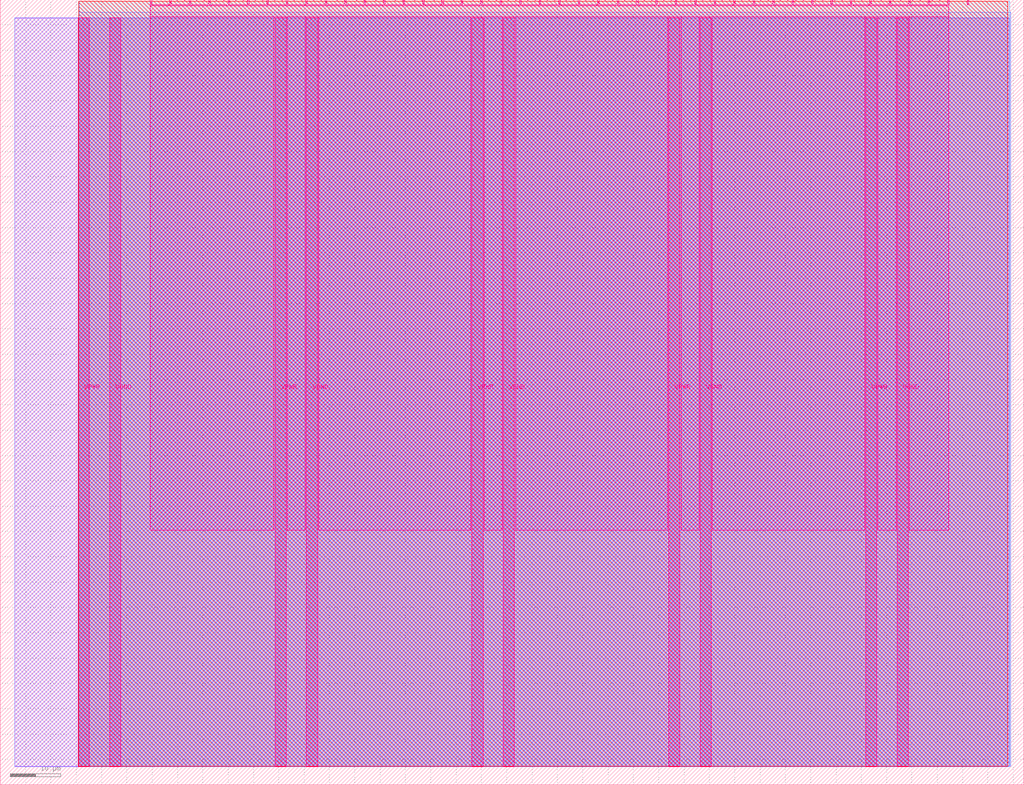
<source format=lef>
VERSION 5.7 ;
  NOWIREEXTENSIONATPIN ON ;
  DIVIDERCHAR "/" ;
  BUSBITCHARS "[]" ;
MACRO tt_um_digital_clock_example
  CLASS BLOCK ;
  FOREIGN tt_um_digital_clock_example ;
  ORIGIN 0.000 0.000 ;
  SIZE 202.080 BY 154.980 ;
  PIN VGND
    DIRECTION INOUT ;
    USE GROUND ;
    PORT
      LAYER Metal5 ;
        RECT 21.580 3.560 23.780 151.420 ;
    END
    PORT
      LAYER Metal5 ;
        RECT 60.450 3.560 62.650 151.420 ;
    END
    PORT
      LAYER Metal5 ;
        RECT 99.320 3.560 101.520 151.420 ;
    END
    PORT
      LAYER Metal5 ;
        RECT 138.190 3.560 140.390 151.420 ;
    END
    PORT
      LAYER Metal5 ;
        RECT 177.060 3.560 179.260 151.420 ;
    END
  END VGND
  PIN VPWR
    DIRECTION INOUT ;
    USE POWER ;
    PORT
      LAYER Metal5 ;
        RECT 15.380 3.560 17.580 151.420 ;
    END
    PORT
      LAYER Metal5 ;
        RECT 54.250 3.560 56.450 151.420 ;
    END
    PORT
      LAYER Metal5 ;
        RECT 93.120 3.560 95.320 151.420 ;
    END
    PORT
      LAYER Metal5 ;
        RECT 131.990 3.560 134.190 151.420 ;
    END
    PORT
      LAYER Metal5 ;
        RECT 170.860 3.560 173.060 151.420 ;
    END
  END VPWR
  PIN clk
    DIRECTION INPUT ;
    USE SIGNAL ;
    ANTENNAGATEAREA 0.426400 ;
    PORT
      LAYER Metal5 ;
        RECT 187.050 153.980 187.350 154.980 ;
    END
  END clk
  PIN ena
    DIRECTION INPUT ;
    USE SIGNAL ;
    PORT
      LAYER Metal5 ;
        RECT 190.890 153.980 191.190 154.980 ;
    END
  END ena
  PIN rst_n
    DIRECTION INPUT ;
    USE SIGNAL ;
    ANTENNAGATEAREA 0.213200 ;
    PORT
      LAYER Metal5 ;
        RECT 183.210 153.980 183.510 154.980 ;
    END
  END rst_n
  PIN ui_in[0]
    DIRECTION INPUT ;
    USE SIGNAL ;
    ANTENNAGATEAREA 0.180700 ;
    PORT
      LAYER Metal5 ;
        RECT 179.370 153.980 179.670 154.980 ;
    END
  END ui_in[0]
  PIN ui_in[1]
    DIRECTION INPUT ;
    USE SIGNAL ;
    PORT
      LAYER Metal5 ;
        RECT 175.530 153.980 175.830 154.980 ;
    END
  END ui_in[1]
  PIN ui_in[2]
    DIRECTION INPUT ;
    USE SIGNAL ;
    ANTENNAGATEAREA 0.180700 ;
    PORT
      LAYER Metal5 ;
        RECT 171.690 153.980 171.990 154.980 ;
    END
  END ui_in[2]
  PIN ui_in[3]
    DIRECTION INPUT ;
    USE SIGNAL ;
    ANTENNAGATEAREA 0.180700 ;
    PORT
      LAYER Metal5 ;
        RECT 167.850 153.980 168.150 154.980 ;
    END
  END ui_in[3]
  PIN ui_in[4]
    DIRECTION INPUT ;
    USE SIGNAL ;
    ANTENNAGATEAREA 0.180700 ;
    PORT
      LAYER Metal5 ;
        RECT 164.010 153.980 164.310 154.980 ;
    END
  END ui_in[4]
  PIN ui_in[5]
    DIRECTION INPUT ;
    USE SIGNAL ;
    ANTENNAGATEAREA 0.180700 ;
    PORT
      LAYER Metal5 ;
        RECT 160.170 153.980 160.470 154.980 ;
    END
  END ui_in[5]
  PIN ui_in[6]
    DIRECTION INPUT ;
    USE SIGNAL ;
    PORT
      LAYER Metal5 ;
        RECT 156.330 153.980 156.630 154.980 ;
    END
  END ui_in[6]
  PIN ui_in[7]
    DIRECTION INPUT ;
    USE SIGNAL ;
    PORT
      LAYER Metal5 ;
        RECT 152.490 153.980 152.790 154.980 ;
    END
  END ui_in[7]
  PIN uio_in[0]
    DIRECTION INPUT ;
    USE SIGNAL ;
    PORT
      LAYER Metal5 ;
        RECT 148.650 153.980 148.950 154.980 ;
    END
  END uio_in[0]
  PIN uio_in[1]
    DIRECTION INPUT ;
    USE SIGNAL ;
    PORT
      LAYER Metal5 ;
        RECT 144.810 153.980 145.110 154.980 ;
    END
  END uio_in[1]
  PIN uio_in[2]
    DIRECTION INPUT ;
    USE SIGNAL ;
    PORT
      LAYER Metal5 ;
        RECT 140.970 153.980 141.270 154.980 ;
    END
  END uio_in[2]
  PIN uio_in[3]
    DIRECTION INPUT ;
    USE SIGNAL ;
    PORT
      LAYER Metal5 ;
        RECT 137.130 153.980 137.430 154.980 ;
    END
  END uio_in[3]
  PIN uio_in[4]
    DIRECTION INPUT ;
    USE SIGNAL ;
    PORT
      LAYER Metal5 ;
        RECT 133.290 153.980 133.590 154.980 ;
    END
  END uio_in[4]
  PIN uio_in[5]
    DIRECTION INPUT ;
    USE SIGNAL ;
    PORT
      LAYER Metal5 ;
        RECT 129.450 153.980 129.750 154.980 ;
    END
  END uio_in[5]
  PIN uio_in[6]
    DIRECTION INPUT ;
    USE SIGNAL ;
    PORT
      LAYER Metal5 ;
        RECT 125.610 153.980 125.910 154.980 ;
    END
  END uio_in[6]
  PIN uio_in[7]
    DIRECTION INPUT ;
    USE SIGNAL ;
    PORT
      LAYER Metal5 ;
        RECT 121.770 153.980 122.070 154.980 ;
    END
  END uio_in[7]
  PIN uio_oe[0]
    DIRECTION OUTPUT ;
    USE SIGNAL ;
    ANTENNADIFFAREA 0.392700 ;
    PORT
      LAYER Metal5 ;
        RECT 56.490 153.980 56.790 154.980 ;
    END
  END uio_oe[0]
  PIN uio_oe[1]
    DIRECTION OUTPUT ;
    USE SIGNAL ;
    ANTENNADIFFAREA 0.392700 ;
    PORT
      LAYER Metal5 ;
        RECT 52.650 153.980 52.950 154.980 ;
    END
  END uio_oe[1]
  PIN uio_oe[2]
    DIRECTION OUTPUT ;
    USE SIGNAL ;
    ANTENNADIFFAREA 0.299200 ;
    PORT
      LAYER Metal5 ;
        RECT 48.810 153.980 49.110 154.980 ;
    END
  END uio_oe[2]
  PIN uio_oe[3]
    DIRECTION OUTPUT ;
    USE SIGNAL ;
    ANTENNADIFFAREA 0.392700 ;
    PORT
      LAYER Metal5 ;
        RECT 44.970 153.980 45.270 154.980 ;
    END
  END uio_oe[3]
  PIN uio_oe[4]
    DIRECTION OUTPUT ;
    USE SIGNAL ;
    ANTENNADIFFAREA 0.299200 ;
    PORT
      LAYER Metal5 ;
        RECT 41.130 153.980 41.430 154.980 ;
    END
  END uio_oe[4]
  PIN uio_oe[5]
    DIRECTION OUTPUT ;
    USE SIGNAL ;
    ANTENNADIFFAREA 0.299200 ;
    PORT
      LAYER Metal5 ;
        RECT 37.290 153.980 37.590 154.980 ;
    END
  END uio_oe[5]
  PIN uio_oe[6]
    DIRECTION OUTPUT ;
    USE SIGNAL ;
    ANTENNADIFFAREA 0.299200 ;
    PORT
      LAYER Metal5 ;
        RECT 33.450 153.980 33.750 154.980 ;
    END
  END uio_oe[6]
  PIN uio_oe[7]
    DIRECTION OUTPUT ;
    USE SIGNAL ;
    ANTENNADIFFAREA 0.299200 ;
    PORT
      LAYER Metal5 ;
        RECT 29.610 153.980 29.910 154.980 ;
    END
  END uio_oe[7]
  PIN uio_out[0]
    DIRECTION OUTPUT ;
    USE SIGNAL ;
    ANTENNADIFFAREA 0.654800 ;
    PORT
      LAYER Metal5 ;
        RECT 87.210 153.980 87.510 154.980 ;
    END
  END uio_out[0]
  PIN uio_out[1]
    DIRECTION OUTPUT ;
    USE SIGNAL ;
    ANTENNADIFFAREA 0.654800 ;
    PORT
      LAYER Metal5 ;
        RECT 83.370 153.980 83.670 154.980 ;
    END
  END uio_out[1]
  PIN uio_out[2]
    DIRECTION OUTPUT ;
    USE SIGNAL ;
    ANTENNADIFFAREA 0.299200 ;
    PORT
      LAYER Metal5 ;
        RECT 79.530 153.980 79.830 154.980 ;
    END
  END uio_out[2]
  PIN uio_out[3]
    DIRECTION OUTPUT ;
    USE SIGNAL ;
    ANTENNADIFFAREA 0.654800 ;
    PORT
      LAYER Metal5 ;
        RECT 75.690 153.980 75.990 154.980 ;
    END
  END uio_out[3]
  PIN uio_out[4]
    DIRECTION OUTPUT ;
    USE SIGNAL ;
    ANTENNADIFFAREA 0.299200 ;
    PORT
      LAYER Metal5 ;
        RECT 71.850 153.980 72.150 154.980 ;
    END
  END uio_out[4]
  PIN uio_out[5]
    DIRECTION OUTPUT ;
    USE SIGNAL ;
    ANTENNADIFFAREA 0.299200 ;
    PORT
      LAYER Metal5 ;
        RECT 68.010 153.980 68.310 154.980 ;
    END
  END uio_out[5]
  PIN uio_out[6]
    DIRECTION OUTPUT ;
    USE SIGNAL ;
    ANTENNADIFFAREA 0.299200 ;
    PORT
      LAYER Metal5 ;
        RECT 64.170 153.980 64.470 154.980 ;
    END
  END uio_out[6]
  PIN uio_out[7]
    DIRECTION OUTPUT ;
    USE SIGNAL ;
    ANTENNADIFFAREA 0.299200 ;
    PORT
      LAYER Metal5 ;
        RECT 60.330 153.980 60.630 154.980 ;
    END
  END uio_out[7]
  PIN uo_out[0]
    DIRECTION OUTPUT ;
    USE SIGNAL ;
    ANTENNADIFFAREA 0.299200 ;
    PORT
      LAYER Metal5 ;
        RECT 117.930 153.980 118.230 154.980 ;
    END
  END uo_out[0]
  PIN uo_out[1]
    DIRECTION OUTPUT ;
    USE SIGNAL ;
    ANTENNADIFFAREA 0.299200 ;
    PORT
      LAYER Metal5 ;
        RECT 114.090 153.980 114.390 154.980 ;
    END
  END uo_out[1]
  PIN uo_out[2]
    DIRECTION OUTPUT ;
    USE SIGNAL ;
    ANTENNADIFFAREA 0.299200 ;
    PORT
      LAYER Metal5 ;
        RECT 110.250 153.980 110.550 154.980 ;
    END
  END uo_out[2]
  PIN uo_out[3]
    DIRECTION OUTPUT ;
    USE SIGNAL ;
    ANTENNADIFFAREA 0.299200 ;
    PORT
      LAYER Metal5 ;
        RECT 106.410 153.980 106.710 154.980 ;
    END
  END uo_out[3]
  PIN uo_out[4]
    DIRECTION OUTPUT ;
    USE SIGNAL ;
    ANTENNADIFFAREA 0.299200 ;
    PORT
      LAYER Metal5 ;
        RECT 102.570 153.980 102.870 154.980 ;
    END
  END uo_out[4]
  PIN uo_out[5]
    DIRECTION OUTPUT ;
    USE SIGNAL ;
    ANTENNADIFFAREA 0.299200 ;
    PORT
      LAYER Metal5 ;
        RECT 98.730 153.980 99.030 154.980 ;
    END
  END uo_out[5]
  PIN uo_out[6]
    DIRECTION OUTPUT ;
    USE SIGNAL ;
    ANTENNADIFFAREA 0.299200 ;
    PORT
      LAYER Metal5 ;
        RECT 94.890 153.980 95.190 154.980 ;
    END
  END uo_out[6]
  PIN uo_out[7]
    DIRECTION OUTPUT ;
    USE SIGNAL ;
    ANTENNADIFFAREA 0.299200 ;
    PORT
      LAYER Metal5 ;
        RECT 91.050 153.980 91.350 154.980 ;
    END
  END uo_out[7]
  OBS
      LAYER GatPoly ;
        RECT 2.880 3.630 199.200 151.350 ;
      LAYER Metal1 ;
        RECT 2.880 3.560 199.200 151.420 ;
      LAYER Metal2 ;
        RECT 15.515 3.680 199.475 152.560 ;
      LAYER Metal3 ;
        RECT 15.560 3.635 199.300 154.705 ;
      LAYER Metal4 ;
        RECT 15.515 3.680 198.865 154.660 ;
      LAYER Metal5 ;
        RECT 30.120 153.770 33.240 153.980 ;
        RECT 33.960 153.770 37.080 153.980 ;
        RECT 37.800 153.770 40.920 153.980 ;
        RECT 41.640 153.770 44.760 153.980 ;
        RECT 45.480 153.770 48.600 153.980 ;
        RECT 49.320 153.770 52.440 153.980 ;
        RECT 53.160 153.770 56.280 153.980 ;
        RECT 57.000 153.770 60.120 153.980 ;
        RECT 60.840 153.770 63.960 153.980 ;
        RECT 64.680 153.770 67.800 153.980 ;
        RECT 68.520 153.770 71.640 153.980 ;
        RECT 72.360 153.770 75.480 153.980 ;
        RECT 76.200 153.770 79.320 153.980 ;
        RECT 80.040 153.770 83.160 153.980 ;
        RECT 83.880 153.770 87.000 153.980 ;
        RECT 87.720 153.770 90.840 153.980 ;
        RECT 91.560 153.770 94.680 153.980 ;
        RECT 95.400 153.770 98.520 153.980 ;
        RECT 99.240 153.770 102.360 153.980 ;
        RECT 103.080 153.770 106.200 153.980 ;
        RECT 106.920 153.770 110.040 153.980 ;
        RECT 110.760 153.770 113.880 153.980 ;
        RECT 114.600 153.770 117.720 153.980 ;
        RECT 118.440 153.770 121.560 153.980 ;
        RECT 122.280 153.770 125.400 153.980 ;
        RECT 126.120 153.770 129.240 153.980 ;
        RECT 129.960 153.770 133.080 153.980 ;
        RECT 133.800 153.770 136.920 153.980 ;
        RECT 137.640 153.770 140.760 153.980 ;
        RECT 141.480 153.770 144.600 153.980 ;
        RECT 145.320 153.770 148.440 153.980 ;
        RECT 149.160 153.770 152.280 153.980 ;
        RECT 153.000 153.770 156.120 153.980 ;
        RECT 156.840 153.770 159.960 153.980 ;
        RECT 160.680 153.770 163.800 153.980 ;
        RECT 164.520 153.770 167.640 153.980 ;
        RECT 168.360 153.770 171.480 153.980 ;
        RECT 172.200 153.770 175.320 153.980 ;
        RECT 176.040 153.770 179.160 153.980 ;
        RECT 179.880 153.770 183.000 153.980 ;
        RECT 183.720 153.770 186.840 153.980 ;
        RECT 29.660 151.630 187.300 153.770 ;
        RECT 29.660 50.255 54.040 151.630 ;
        RECT 56.660 50.255 60.240 151.630 ;
        RECT 62.860 50.255 92.910 151.630 ;
        RECT 95.530 50.255 99.110 151.630 ;
        RECT 101.730 50.255 131.780 151.630 ;
        RECT 134.400 50.255 137.980 151.630 ;
        RECT 140.600 50.255 170.650 151.630 ;
        RECT 173.270 50.255 176.850 151.630 ;
        RECT 179.470 50.255 187.300 151.630 ;
  END
END tt_um_digital_clock_example
END LIBRARY


</source>
